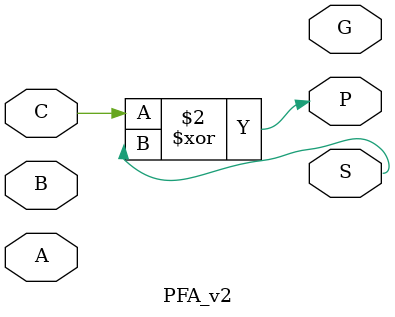
<source format=v>

module PFA_v2(C, B, G, S, P, A);
//: interface  /sz:(134, 76) /bd:[ Ti0>A(22/134) Ti1>B(93/134) Ri0>C(29/76) Bo0<S(98/134) Bo1<P(28/134) Bo2<G(62/134) ]
input B;    //: /sn:0 {0}(83,108)(110,108){1}
//: {2}(114,108)(164,108){3}
//: {4}(112,110)(112,146)(186,146){5}
input A;    //: /sn:0 {0}(88,93)(134,93){1}
//: {2}(138,93)(156,93)(156,103)(164,103){3}
//: {4}(136,95)(136,141)(186,141){5}
output G;    //: /sn:0 /dp:1 {0}(207,144)(283,144)(283,146)(298,146){1}
output P;    //: /sn:0 /dp:1 {0}(185,106)(220,106){1}
//: {2}(222,104)(222,85)(300,85){3}
//: {4}(222,108)(222,118)(237,118){5}
input C;    //: /sn:0 {0}(87,123)(237,123){1}
output S;    //: /sn:0 /dp:1 {0}(258,121)(268,121)(268,115)(297,115){1}
//: enddecls

  and g8 (.I0(A), .I1(B), .Z(G));   //: @(197,144) /sn:0 /delay:" 1" /w:[ 5 5 0 ]
  xor g4 (.I0(P), .I1(C), .Z(S));   //: @(248,121) /sn:0 /delay:" 2" /w:[ 5 1 0 ]
  xor g3 (.I0(A), .I1(B), .Z(P));   //: @(175,106) /sn:0 /delay:" 2" /w:[ 3 3 0 ]
  //: input g2 (C) @(85,123) /sn:0 /w:[ 0 ]
  //: input g1 (B) @(81,108) /sn:0 /w:[ 0 ]
  //: output g11 (G) @(295,146) /sn:0 /w:[ 1 ]
  //: joint g10 (B) @(112, 108) /w:[ 2 -1 1 4 ]
  //: joint g6 (P) @(222, 106) /w:[ -1 2 1 4 ]
  //: joint g9 (A) @(136, 93) /w:[ 2 -1 1 4 ]
  //: output g7 (S) @(294,115) /sn:0 /w:[ 1 ]
  //: output g5 (P) @(297,85) /sn:0 /w:[ 3 ]
  //: input g0 (A) @(86,93) /sn:0 /w:[ 0 ]

endmodule

module main;    //: root_module
wire w6;    //: /sn:0 {0}(79,61)(107,61)(107,90){1}
wire w4;    //: /sn:0 {0}(113,168)(113,223)(133,223)(133,213){1}
wire w3;    //: /sn:0 {0}(183,168)(183,228)(210,228)(210,218){1}
wire w0;    //: /sn:0 {0}(140,26)(178,26)(178,90){1}
wire w1;    //: /sn:0 {0}(253,68)(263,68)(263,120)(220,120){1}
wire w5;    //: /sn:0 {0}(147,168)(147,224)(167,224)(167,214){1}
//: enddecls

  led g4 (.I(w4));   //: @(133,206) /sn:0 /w:[ 1 ] /type:0
  //: switch g3 (w1) @(236,68) /sn:0 /w:[ 0 ] /st:0
  //: switch g2 (w0) @(123,26) /sn:0 /w:[ 0 ] /st:0
  //: switch g1 (w6) @(62,61) /sn:0 /w:[ 0 ] /st:0
  led g6 (.I(w3));   //: @(210,211) /sn:0 /w:[ 1 ] /type:0
  led g5 (.I(w5));   //: @(167,207) /sn:0 /w:[ 1 ] /type:0
  PFA_v2 g0 (.B(w0), .A(w6), .C(w1), .G(w5), .P(w4), .S(w3));   //: @(85, 91) /sz:(134, 76) /sn:0 /p:[ Ti0>1 Ti1>1 Ri0>1 Bo0<0 Bo1<0 Bo2<0 ]

endmodule

</source>
